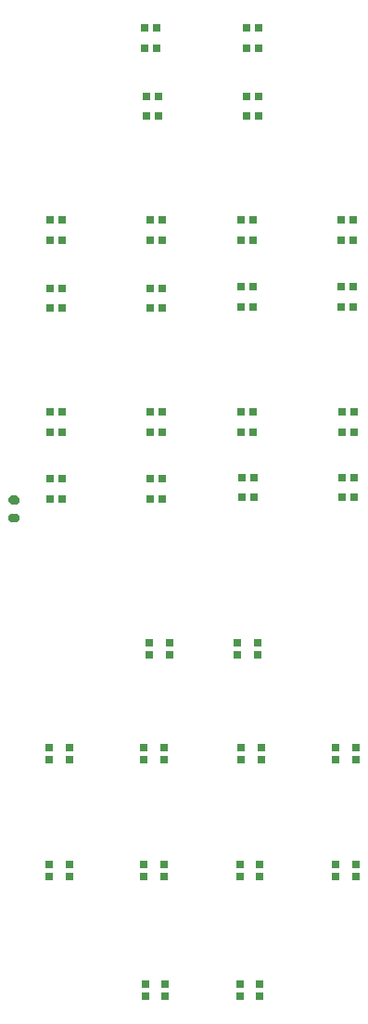
<source format=gbr>
%TF.GenerationSoftware,KiCad,Pcbnew,(5.1.9)-1*%
%TF.CreationDate,2021-09-19T09:11:26-06:00*%
%TF.ProjectId,jett_station_select,6a657474-5f73-4746-9174-696f6e5f7365,rev?*%
%TF.SameCoordinates,Original*%
%TF.FileFunction,Paste,Top*%
%TF.FilePolarity,Positive*%
%FSLAX46Y46*%
G04 Gerber Fmt 4.6, Leading zero omitted, Abs format (unit mm)*
G04 Created by KiCad (PCBNEW (5.1.9)-1) date 2021-09-19 09:11:26*
%MOMM*%
%LPD*%
G01*
G04 APERTURE LIST*
%ADD10R,0.700000X0.700000*%
G04 APERTURE END LIST*
%TO.C,R1*%
G36*
G01*
X133513875Y-98920749D02*
X132963875Y-98920749D01*
G75*
G02*
X132763875Y-98720749I0J200000D01*
G01*
X132763875Y-98320749D01*
G75*
G02*
X132963875Y-98120749I200000J0D01*
G01*
X133513875Y-98120749D01*
G75*
G02*
X133713875Y-98320749I0J-200000D01*
G01*
X133713875Y-98720749D01*
G75*
G02*
X133513875Y-98920749I-200000J0D01*
G01*
G37*
G36*
G01*
X133513875Y-100570749D02*
X132963875Y-100570749D01*
G75*
G02*
X132763875Y-100370749I0J200000D01*
G01*
X132763875Y-99970749D01*
G75*
G02*
X132963875Y-99770749I200000J0D01*
G01*
X133513875Y-99770749D01*
G75*
G02*
X133713875Y-99970749I0J-200000D01*
G01*
X133713875Y-100370749D01*
G75*
G02*
X133513875Y-100570749I-200000J0D01*
G01*
G37*
%TD*%
D10*
%TO.C,D33*%
X147425375Y-111559249D03*
X147425375Y-112659249D03*
X145595375Y-112659249D03*
X145595375Y-111559249D03*
%TD*%
%TO.C,D32*%
X147044375Y-142674249D03*
X147044375Y-143774249D03*
X145214375Y-143774249D03*
X145214375Y-142674249D03*
%TD*%
%TO.C,D31*%
X155680375Y-142674249D03*
X155680375Y-143774249D03*
X153850375Y-143774249D03*
X153850375Y-142674249D03*
%TD*%
%TO.C,D30*%
X162613375Y-132852249D03*
X162613375Y-131752249D03*
X164443375Y-131752249D03*
X164443375Y-132852249D03*
%TD*%
%TO.C,D29*%
X153850375Y-132852249D03*
X153850375Y-131752249D03*
X155680375Y-131752249D03*
X155680375Y-132852249D03*
%TD*%
%TO.C,D28*%
X145087375Y-132852249D03*
X145087375Y-131752249D03*
X146917375Y-131752249D03*
X146917375Y-132852249D03*
%TD*%
%TO.C,D27*%
X136451375Y-132852249D03*
X136451375Y-131752249D03*
X138281375Y-131752249D03*
X138281375Y-132852249D03*
%TD*%
%TO.C,D26*%
X138281375Y-121084249D03*
X138281375Y-122184249D03*
X136451375Y-122184249D03*
X136451375Y-121084249D03*
%TD*%
%TO.C,D25*%
X146917375Y-121084249D03*
X146917375Y-122184249D03*
X145087375Y-122184249D03*
X145087375Y-121084249D03*
%TD*%
%TO.C,D24*%
X155807375Y-121084249D03*
X155807375Y-122184249D03*
X153977375Y-122184249D03*
X153977375Y-121084249D03*
%TD*%
%TO.C,D23*%
X164443375Y-121084249D03*
X164443375Y-122184249D03*
X162613375Y-122184249D03*
X162613375Y-121084249D03*
%TD*%
%TO.C,D22*%
X153653375Y-112626249D03*
X153653375Y-111526249D03*
X155483375Y-111526249D03*
X155483375Y-112626249D03*
%TD*%
%TO.C,D21*%
X146806375Y-92323249D03*
X145706375Y-92323249D03*
X145706375Y-90493249D03*
X146806375Y-90493249D03*
%TD*%
%TO.C,D20*%
X146806375Y-98419249D03*
X145706375Y-98419249D03*
X145706375Y-96589249D03*
X146806375Y-96589249D03*
%TD*%
%TO.C,D19*%
X136562375Y-96589249D03*
X137662375Y-96589249D03*
X137662375Y-98419249D03*
X136562375Y-98419249D03*
%TD*%
%TO.C,D18*%
X136562375Y-90493249D03*
X137662375Y-90493249D03*
X137662375Y-92323249D03*
X136562375Y-92323249D03*
%TD*%
%TO.C,D17*%
X137662375Y-74797249D03*
X136562375Y-74797249D03*
X136562375Y-72967249D03*
X137662375Y-72967249D03*
%TD*%
%TO.C,D16*%
X137662375Y-81020249D03*
X136562375Y-81020249D03*
X136562375Y-79190249D03*
X137662375Y-79190249D03*
%TD*%
%TO.C,D15*%
X145706375Y-79190249D03*
X146806375Y-79190249D03*
X146806375Y-81020249D03*
X145706375Y-81020249D03*
%TD*%
%TO.C,D14*%
X145706375Y-72967249D03*
X146806375Y-72967249D03*
X146806375Y-74797249D03*
X145706375Y-74797249D03*
%TD*%
%TO.C,D13*%
X145325375Y-61664249D03*
X146425375Y-61664249D03*
X146425375Y-63494249D03*
X145325375Y-63494249D03*
%TD*%
%TO.C,D12*%
X145198375Y-55441249D03*
X146298375Y-55441249D03*
X146298375Y-57271249D03*
X145198375Y-57271249D03*
%TD*%
%TO.C,D11*%
X155569375Y-57271249D03*
X154469375Y-57271249D03*
X154469375Y-55441249D03*
X155569375Y-55441249D03*
%TD*%
%TO.C,D10*%
X155569375Y-63494249D03*
X154469375Y-63494249D03*
X154469375Y-61664249D03*
X155569375Y-61664249D03*
%TD*%
%TO.C,D9*%
X153961375Y-79063249D03*
X155061375Y-79063249D03*
X155061375Y-80893249D03*
X153961375Y-80893249D03*
%TD*%
%TO.C,D8*%
X153961375Y-72967249D03*
X155061375Y-72967249D03*
X155061375Y-74797249D03*
X153961375Y-74797249D03*
%TD*%
%TO.C,D7*%
X164205375Y-74797249D03*
X163105375Y-74797249D03*
X163105375Y-72967249D03*
X164205375Y-72967249D03*
%TD*%
%TO.C,D6*%
X164205375Y-80893249D03*
X163105375Y-80893249D03*
X163105375Y-79063249D03*
X164205375Y-79063249D03*
%TD*%
%TO.C,D5*%
X163232375Y-96462249D03*
X164332375Y-96462249D03*
X164332375Y-98292249D03*
X163232375Y-98292249D03*
%TD*%
%TO.C,D4*%
X163232375Y-90493249D03*
X164332375Y-90493249D03*
X164332375Y-92323249D03*
X163232375Y-92323249D03*
%TD*%
%TO.C,D3*%
X155061375Y-92323249D03*
X153961375Y-92323249D03*
X153961375Y-90493249D03*
X155061375Y-90493249D03*
%TD*%
%TO.C,D2*%
X155188375Y-98292249D03*
X154088375Y-98292249D03*
X154088375Y-96462249D03*
X155188375Y-96462249D03*
%TD*%
M02*

</source>
